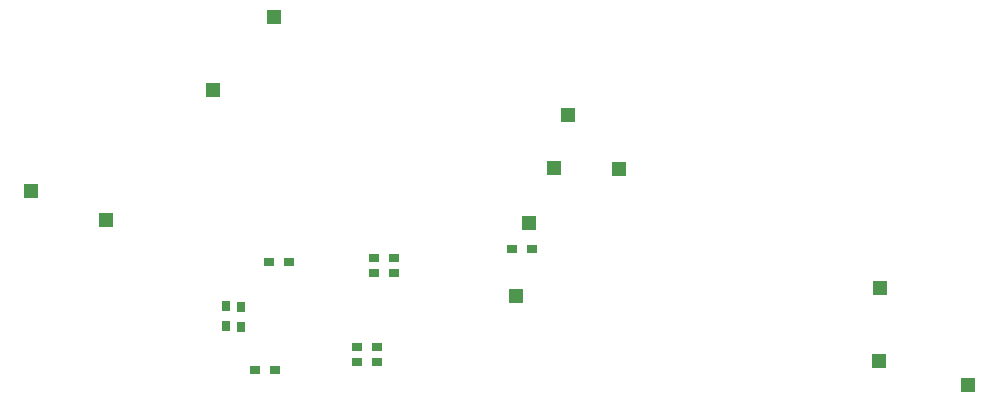
<source format=gbr>
G04 DipTrace 3.2.0.1*
G04 BottomPaste.gbr*
%MOIN*%
G04 #@! TF.FileFunction,Paste,Bot*
G04 #@! TF.Part,Single*
%ADD43R,0.031496X0.035433*%
%ADD120R,0.035433X0.031496*%
%ADD131R,0.051181X0.051181*%
%FSLAX26Y26*%
G04*
G70*
G90*
G75*
G01*
G04 BotPaste*
%LPD*%
D131*
X2270978Y1254487D3*
X2614692Y1679442D3*
X3480315Y1039370D3*
X2314723Y1498211D3*
X3484252Y1283465D3*
D120*
X1448819Y1370079D3*
X1515748D3*
X1799213Y1381890D3*
X1866142D3*
X1468504Y1007874D3*
X1401575D3*
X1799213Y1330709D3*
X1866142D3*
X1807087Y1035433D3*
X1740157D3*
X1807087Y1086614D3*
X1740157D3*
D43*
X1303150Y1220472D3*
Y1153543D3*
X1356299Y1218504D3*
Y1151575D3*
D131*
X906281Y1509793D3*
X656307Y1603533D3*
X3778196Y959392D3*
D120*
X2258479Y1410720D3*
X2325408D3*
D131*
X1464567Y2185039D3*
X1259843Y1940945D3*
X2445743Y1857874D3*
X2398499Y1680520D3*
M02*

</source>
